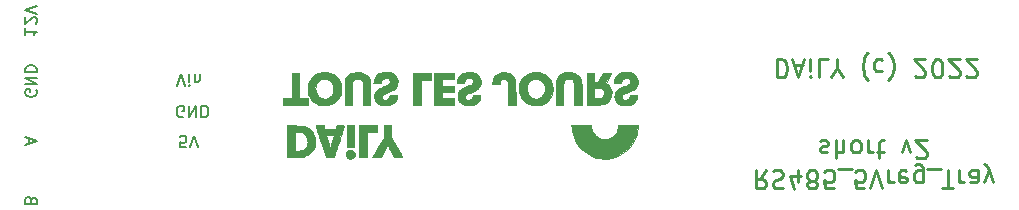
<source format=gbr>
%TF.GenerationSoftware,KiCad,Pcbnew,(5.1.6)-1*%
%TF.CreationDate,2022-04-26T10:23:00-04:00*%
%TF.ProjectId,rs485_5vreg_tray_short_v2,72733438-355f-4357-9672-65675f747261,v2*%
%TF.SameCoordinates,Original*%
%TF.FileFunction,Legend,Bot*%
%TF.FilePolarity,Positive*%
%FSLAX46Y46*%
G04 Gerber Fmt 4.6, Leading zero omitted, Abs format (unit mm)*
G04 Created by KiCad (PCBNEW (5.1.6)-1) date 2022-04-26 10:23:00*
%MOMM*%
%LPD*%
G01*
G04 APERTURE LIST*
%ADD10C,0.254000*%
%ADD11C,0.150000*%
%ADD12C,0.010000*%
G04 APERTURE END LIST*
D10*
X115279714Y-108022571D02*
X115279714Y-109546571D01*
X115642571Y-109546571D01*
X115860285Y-109474000D01*
X116005428Y-109328857D01*
X116078000Y-109183714D01*
X116150571Y-108893428D01*
X116150571Y-108675714D01*
X116078000Y-108385428D01*
X116005428Y-108240285D01*
X115860285Y-108095142D01*
X115642571Y-108022571D01*
X115279714Y-108022571D01*
X116731142Y-108458000D02*
X117456857Y-108458000D01*
X116586000Y-108022571D02*
X117094000Y-109546571D01*
X117602000Y-108022571D01*
X118110000Y-108022571D02*
X118110000Y-109038571D01*
X118110000Y-109546571D02*
X118037428Y-109474000D01*
X118110000Y-109401428D01*
X118182571Y-109474000D01*
X118110000Y-109546571D01*
X118110000Y-109401428D01*
X119561428Y-108022571D02*
X118835714Y-108022571D01*
X118835714Y-109546571D01*
X120359714Y-108748285D02*
X120359714Y-108022571D01*
X119851714Y-109546571D02*
X120359714Y-108748285D01*
X120867714Y-109546571D01*
X122972285Y-107442000D02*
X122899714Y-107514571D01*
X122754571Y-107732285D01*
X122682000Y-107877428D01*
X122609428Y-108095142D01*
X122536857Y-108458000D01*
X122536857Y-108748285D01*
X122609428Y-109111142D01*
X122682000Y-109328857D01*
X122754571Y-109474000D01*
X122899714Y-109691714D01*
X122972285Y-109764285D01*
X124206000Y-108095142D02*
X124060857Y-108022571D01*
X123770571Y-108022571D01*
X123625428Y-108095142D01*
X123552857Y-108167714D01*
X123480285Y-108312857D01*
X123480285Y-108748285D01*
X123552857Y-108893428D01*
X123625428Y-108966000D01*
X123770571Y-109038571D01*
X124060857Y-109038571D01*
X124206000Y-108966000D01*
X124714000Y-107442000D02*
X124786571Y-107514571D01*
X124931714Y-107732285D01*
X125004285Y-107877428D01*
X125076857Y-108095142D01*
X125149428Y-108458000D01*
X125149428Y-108748285D01*
X125076857Y-109111142D01*
X125004285Y-109328857D01*
X124931714Y-109474000D01*
X124786571Y-109691714D01*
X124714000Y-109764285D01*
X126963714Y-109401428D02*
X127036285Y-109474000D01*
X127181428Y-109546571D01*
X127544285Y-109546571D01*
X127689428Y-109474000D01*
X127762000Y-109401428D01*
X127834571Y-109256285D01*
X127834571Y-109111142D01*
X127762000Y-108893428D01*
X126891142Y-108022571D01*
X127834571Y-108022571D01*
X128778000Y-109546571D02*
X128923142Y-109546571D01*
X129068285Y-109474000D01*
X129140857Y-109401428D01*
X129213428Y-109256285D01*
X129286000Y-108966000D01*
X129286000Y-108603142D01*
X129213428Y-108312857D01*
X129140857Y-108167714D01*
X129068285Y-108095142D01*
X128923142Y-108022571D01*
X128778000Y-108022571D01*
X128632857Y-108095142D01*
X128560285Y-108167714D01*
X128487714Y-108312857D01*
X128415142Y-108603142D01*
X128415142Y-108966000D01*
X128487714Y-109256285D01*
X128560285Y-109401428D01*
X128632857Y-109474000D01*
X128778000Y-109546571D01*
X129866571Y-109401428D02*
X129939142Y-109474000D01*
X130084285Y-109546571D01*
X130447142Y-109546571D01*
X130592285Y-109474000D01*
X130664857Y-109401428D01*
X130737428Y-109256285D01*
X130737428Y-109111142D01*
X130664857Y-108893428D01*
X129794000Y-108022571D01*
X130737428Y-108022571D01*
X131318000Y-109401428D02*
X131390571Y-109474000D01*
X131535714Y-109546571D01*
X131898571Y-109546571D01*
X132043714Y-109474000D01*
X132116285Y-109401428D01*
X132188857Y-109256285D01*
X132188857Y-109111142D01*
X132116285Y-108893428D01*
X131245428Y-108022571D01*
X132188857Y-108022571D01*
X114336285Y-117420571D02*
X113828285Y-118146285D01*
X113465428Y-117420571D02*
X113465428Y-118944571D01*
X114046000Y-118944571D01*
X114191142Y-118872000D01*
X114263714Y-118799428D01*
X114336285Y-118654285D01*
X114336285Y-118436571D01*
X114263714Y-118291428D01*
X114191142Y-118218857D01*
X114046000Y-118146285D01*
X113465428Y-118146285D01*
X114916857Y-117493142D02*
X115134571Y-117420571D01*
X115497428Y-117420571D01*
X115642571Y-117493142D01*
X115715142Y-117565714D01*
X115787714Y-117710857D01*
X115787714Y-117856000D01*
X115715142Y-118001142D01*
X115642571Y-118073714D01*
X115497428Y-118146285D01*
X115207142Y-118218857D01*
X115062000Y-118291428D01*
X114989428Y-118364000D01*
X114916857Y-118509142D01*
X114916857Y-118654285D01*
X114989428Y-118799428D01*
X115062000Y-118872000D01*
X115207142Y-118944571D01*
X115570000Y-118944571D01*
X115787714Y-118872000D01*
X117094000Y-118436571D02*
X117094000Y-117420571D01*
X116731142Y-119017142D02*
X116368285Y-117928571D01*
X117311714Y-117928571D01*
X118110000Y-118291428D02*
X117964857Y-118364000D01*
X117892285Y-118436571D01*
X117819714Y-118581714D01*
X117819714Y-118654285D01*
X117892285Y-118799428D01*
X117964857Y-118872000D01*
X118110000Y-118944571D01*
X118400285Y-118944571D01*
X118545428Y-118872000D01*
X118618000Y-118799428D01*
X118690571Y-118654285D01*
X118690571Y-118581714D01*
X118618000Y-118436571D01*
X118545428Y-118364000D01*
X118400285Y-118291428D01*
X118110000Y-118291428D01*
X117964857Y-118218857D01*
X117892285Y-118146285D01*
X117819714Y-118001142D01*
X117819714Y-117710857D01*
X117892285Y-117565714D01*
X117964857Y-117493142D01*
X118110000Y-117420571D01*
X118400285Y-117420571D01*
X118545428Y-117493142D01*
X118618000Y-117565714D01*
X118690571Y-117710857D01*
X118690571Y-118001142D01*
X118618000Y-118146285D01*
X118545428Y-118218857D01*
X118400285Y-118291428D01*
X120069428Y-118944571D02*
X119343714Y-118944571D01*
X119271142Y-118218857D01*
X119343714Y-118291428D01*
X119488857Y-118364000D01*
X119851714Y-118364000D01*
X119996857Y-118291428D01*
X120069428Y-118218857D01*
X120141999Y-118073714D01*
X120141999Y-117710857D01*
X120069428Y-117565714D01*
X119996857Y-117493142D01*
X119851714Y-117420571D01*
X119488857Y-117420571D01*
X119343714Y-117493142D01*
X119271142Y-117565714D01*
X120432285Y-117275428D02*
X121593428Y-117275428D01*
X122681999Y-118944571D02*
X121956285Y-118944571D01*
X121883714Y-118218857D01*
X121956285Y-118291428D01*
X122101428Y-118364000D01*
X122464285Y-118364000D01*
X122609428Y-118291428D01*
X122681999Y-118218857D01*
X122754571Y-118073714D01*
X122754571Y-117710857D01*
X122681999Y-117565714D01*
X122609428Y-117493142D01*
X122464285Y-117420571D01*
X122101428Y-117420571D01*
X121956285Y-117493142D01*
X121883714Y-117565714D01*
X123189999Y-118944571D02*
X123697999Y-117420571D01*
X124205999Y-118944571D01*
X124713999Y-117420571D02*
X124713999Y-118436571D01*
X124713999Y-118146285D02*
X124786571Y-118291428D01*
X124859142Y-118364000D01*
X125004285Y-118436571D01*
X125149428Y-118436571D01*
X126237999Y-117493142D02*
X126092857Y-117420571D01*
X125802571Y-117420571D01*
X125657428Y-117493142D01*
X125584857Y-117638285D01*
X125584857Y-118218857D01*
X125657428Y-118364000D01*
X125802571Y-118436571D01*
X126092857Y-118436571D01*
X126237999Y-118364000D01*
X126310571Y-118218857D01*
X126310571Y-118073714D01*
X125584857Y-117928571D01*
X127616857Y-118436571D02*
X127616857Y-117202857D01*
X127544285Y-117057714D01*
X127471714Y-116985142D01*
X127326571Y-116912571D01*
X127108857Y-116912571D01*
X126963714Y-116985142D01*
X127616857Y-117493142D02*
X127471714Y-117420571D01*
X127181428Y-117420571D01*
X127036285Y-117493142D01*
X126963714Y-117565714D01*
X126891142Y-117710857D01*
X126891142Y-118146285D01*
X126963714Y-118291428D01*
X127036285Y-118364000D01*
X127181428Y-118436571D01*
X127471714Y-118436571D01*
X127616857Y-118364000D01*
X127979714Y-117275428D02*
X129140857Y-117275428D01*
X129285999Y-118944571D02*
X130156857Y-118944571D01*
X129721428Y-117420571D02*
X129721428Y-118944571D01*
X130664857Y-117420571D02*
X130664857Y-118436571D01*
X130664857Y-118146285D02*
X130737428Y-118291428D01*
X130809999Y-118364000D01*
X130955142Y-118436571D01*
X131100285Y-118436571D01*
X132261428Y-117420571D02*
X132261428Y-118218857D01*
X132188857Y-118364000D01*
X132043714Y-118436571D01*
X131753428Y-118436571D01*
X131608285Y-118364000D01*
X132261428Y-117493142D02*
X132116285Y-117420571D01*
X131753428Y-117420571D01*
X131608285Y-117493142D01*
X131535714Y-117638285D01*
X131535714Y-117783428D01*
X131608285Y-117928571D01*
X131753428Y-118001142D01*
X132116285Y-118001142D01*
X132261428Y-118073714D01*
X132841999Y-118436571D02*
X133204857Y-117420571D01*
X133567714Y-118436571D02*
X133204857Y-117420571D01*
X133059714Y-117057714D01*
X132987142Y-116985142D01*
X132841999Y-116912571D01*
X118944571Y-114953142D02*
X119089714Y-114880571D01*
X119380000Y-114880571D01*
X119525142Y-114953142D01*
X119597714Y-115098285D01*
X119597714Y-115170857D01*
X119525142Y-115316000D01*
X119380000Y-115388571D01*
X119162285Y-115388571D01*
X119017142Y-115461142D01*
X118944571Y-115606285D01*
X118944571Y-115678857D01*
X119017142Y-115824000D01*
X119162285Y-115896571D01*
X119380000Y-115896571D01*
X119525142Y-115824000D01*
X120250857Y-114880571D02*
X120250857Y-116404571D01*
X120904000Y-114880571D02*
X120904000Y-115678857D01*
X120831428Y-115824000D01*
X120686285Y-115896571D01*
X120468571Y-115896571D01*
X120323428Y-115824000D01*
X120250857Y-115751428D01*
X121847428Y-114880571D02*
X121702285Y-114953142D01*
X121629714Y-115025714D01*
X121557142Y-115170857D01*
X121557142Y-115606285D01*
X121629714Y-115751428D01*
X121702285Y-115824000D01*
X121847428Y-115896571D01*
X122065142Y-115896571D01*
X122210285Y-115824000D01*
X122282857Y-115751428D01*
X122355428Y-115606285D01*
X122355428Y-115170857D01*
X122282857Y-115025714D01*
X122210285Y-114953142D01*
X122065142Y-114880571D01*
X121847428Y-114880571D01*
X123008571Y-114880571D02*
X123008571Y-115896571D01*
X123008571Y-115606285D02*
X123081142Y-115751428D01*
X123153714Y-115824000D01*
X123298857Y-115896571D01*
X123444000Y-115896571D01*
X123734285Y-115896571D02*
X124314857Y-115896571D01*
X123952000Y-116404571D02*
X123952000Y-115098285D01*
X124024571Y-114953142D01*
X124169714Y-114880571D01*
X124314857Y-114880571D01*
X125838857Y-115896571D02*
X126201714Y-114880571D01*
X126564571Y-115896571D01*
X127072571Y-116259428D02*
X127145142Y-116332000D01*
X127290285Y-116404571D01*
X127653142Y-116404571D01*
X127798285Y-116332000D01*
X127870857Y-116259428D01*
X127943428Y-116114285D01*
X127943428Y-115969142D01*
X127870857Y-115751428D01*
X127000000Y-114880571D01*
X127943428Y-114880571D01*
D11*
X51617619Y-105394047D02*
X51617619Y-105965476D01*
X51617619Y-105679761D02*
X52617619Y-105679761D01*
X52474761Y-105775000D01*
X52379523Y-105870238D01*
X52331904Y-105965476D01*
X52522380Y-105013095D02*
X52570000Y-104965476D01*
X52617619Y-104870238D01*
X52617619Y-104632142D01*
X52570000Y-104536904D01*
X52522380Y-104489285D01*
X52427142Y-104441666D01*
X52331904Y-104441666D01*
X52189047Y-104489285D01*
X51617619Y-105060714D01*
X51617619Y-104441666D01*
X52617619Y-104155952D02*
X51617619Y-103822619D01*
X52617619Y-103489285D01*
X52570000Y-110616904D02*
X52617619Y-110712142D01*
X52617619Y-110855000D01*
X52570000Y-110997857D01*
X52474761Y-111093095D01*
X52379523Y-111140714D01*
X52189047Y-111188333D01*
X52046190Y-111188333D01*
X51855714Y-111140714D01*
X51760476Y-111093095D01*
X51665238Y-110997857D01*
X51617619Y-110855000D01*
X51617619Y-110759761D01*
X51665238Y-110616904D01*
X51712857Y-110569285D01*
X52046190Y-110569285D01*
X52046190Y-110759761D01*
X51617619Y-110140714D02*
X52617619Y-110140714D01*
X51617619Y-109569285D01*
X52617619Y-109569285D01*
X51617619Y-109093095D02*
X52617619Y-109093095D01*
X52617619Y-108855000D01*
X52570000Y-108712142D01*
X52474761Y-108616904D01*
X52379523Y-108569285D01*
X52189047Y-108521666D01*
X52046190Y-108521666D01*
X51855714Y-108569285D01*
X51760476Y-108616904D01*
X51665238Y-108712142D01*
X51617619Y-108855000D01*
X51617619Y-109093095D01*
X51903333Y-115173095D02*
X51903333Y-114696904D01*
X51617619Y-115268333D02*
X52617619Y-114935000D01*
X51617619Y-114601666D01*
X52141428Y-119943571D02*
X52093809Y-119800714D01*
X52046190Y-119753095D01*
X51950952Y-119705476D01*
X51808095Y-119705476D01*
X51712857Y-119753095D01*
X51665238Y-119800714D01*
X51617619Y-119895952D01*
X51617619Y-120276904D01*
X52617619Y-120276904D01*
X52617619Y-119943571D01*
X52570000Y-119848333D01*
X52522380Y-119800714D01*
X52427142Y-119753095D01*
X52331904Y-119753095D01*
X52236666Y-119800714D01*
X52189047Y-119848333D01*
X52141428Y-119943571D01*
X52141428Y-120276904D01*
X65214523Y-115482619D02*
X64738333Y-115482619D01*
X64690714Y-115006428D01*
X64738333Y-115054047D01*
X64833571Y-115101666D01*
X65071666Y-115101666D01*
X65166904Y-115054047D01*
X65214523Y-115006428D01*
X65262142Y-114911190D01*
X65262142Y-114673095D01*
X65214523Y-114577857D01*
X65166904Y-114530238D01*
X65071666Y-114482619D01*
X64833571Y-114482619D01*
X64738333Y-114530238D01*
X64690714Y-114577857D01*
X65547857Y-115482619D02*
X65881190Y-114482619D01*
X66214523Y-115482619D01*
X65024095Y-112895000D02*
X64928857Y-112942619D01*
X64786000Y-112942619D01*
X64643142Y-112895000D01*
X64547904Y-112799761D01*
X64500285Y-112704523D01*
X64452666Y-112514047D01*
X64452666Y-112371190D01*
X64500285Y-112180714D01*
X64547904Y-112085476D01*
X64643142Y-111990238D01*
X64786000Y-111942619D01*
X64881238Y-111942619D01*
X65024095Y-111990238D01*
X65071714Y-112037857D01*
X65071714Y-112371190D01*
X64881238Y-112371190D01*
X65500285Y-111942619D02*
X65500285Y-112942619D01*
X66071714Y-111942619D01*
X66071714Y-112942619D01*
X66547904Y-111942619D02*
X66547904Y-112942619D01*
X66786000Y-112942619D01*
X66928857Y-112895000D01*
X67024095Y-112799761D01*
X67071714Y-112704523D01*
X67119333Y-112514047D01*
X67119333Y-112371190D01*
X67071714Y-112180714D01*
X67024095Y-112085476D01*
X66928857Y-111990238D01*
X66786000Y-111942619D01*
X66547904Y-111942619D01*
X64508190Y-110275619D02*
X64841523Y-109275619D01*
X65174857Y-110275619D01*
X65508190Y-109275619D02*
X65508190Y-109942285D01*
X65508190Y-110275619D02*
X65460571Y-110228000D01*
X65508190Y-110180380D01*
X65555809Y-110228000D01*
X65508190Y-110275619D01*
X65508190Y-110180380D01*
X65984380Y-109942285D02*
X65984380Y-109275619D01*
X65984380Y-109847047D02*
X66032000Y-109894666D01*
X66127238Y-109942285D01*
X66270095Y-109942285D01*
X66365333Y-109894666D01*
X66412952Y-109799428D01*
X66412952Y-109275619D01*
D12*
%TO.C,G\u002A\u002A\u002A*%
G36*
X77265302Y-111894359D02*
G01*
X77487131Y-111836619D01*
X77691260Y-111749198D01*
X77694693Y-111747372D01*
X77812970Y-111670909D01*
X77934855Y-111569068D01*
X78050185Y-111452078D01*
X78148799Y-111330169D01*
X78215905Y-111222692D01*
X78279544Y-111090299D01*
X78324887Y-110969698D01*
X78354594Y-110849188D01*
X78371325Y-110717069D01*
X78377741Y-110561640D01*
X78378053Y-110509538D01*
X78377152Y-110389100D01*
X78373739Y-110297680D01*
X78366749Y-110225248D01*
X78355118Y-110161773D01*
X78337779Y-110097223D01*
X78332412Y-110079692D01*
X78265059Y-109897357D01*
X78182245Y-109740808D01*
X78076536Y-109597586D01*
X77986752Y-109500413D01*
X77863686Y-109387454D01*
X77740692Y-109299607D01*
X77605039Y-109229169D01*
X77443995Y-109168441D01*
X77430923Y-109164187D01*
X77313596Y-109135958D01*
X77171823Y-109116719D01*
X77017569Y-109106795D01*
X76862801Y-109106514D01*
X76719485Y-109116200D01*
X76599587Y-109136181D01*
X76581000Y-109141012D01*
X76484912Y-109168199D01*
X76415189Y-109189508D01*
X76360458Y-109209207D01*
X76309348Y-109231560D01*
X76250485Y-109260836D01*
X76221037Y-109276055D01*
X76112724Y-109345321D01*
X75998258Y-109440677D01*
X75887166Y-109552417D01*
X75788975Y-109670836D01*
X75713211Y-109786230D01*
X75704728Y-109801991D01*
X75643509Y-109928709D01*
X75599650Y-110044994D01*
X75570658Y-110162024D01*
X75554037Y-110290975D01*
X75547293Y-110443025D01*
X75546801Y-110509538D01*
X76200000Y-110509538D01*
X76215725Y-110317394D01*
X76261535Y-110145786D01*
X76335383Y-109996989D01*
X76435225Y-109873279D01*
X76559014Y-109776932D01*
X76704704Y-109710225D01*
X76870249Y-109675432D01*
X76954057Y-109670755D01*
X77092516Y-109680590D01*
X77200362Y-109706442D01*
X77358407Y-109779687D01*
X77489477Y-109880570D01*
X77592540Y-110007512D01*
X77666568Y-110158929D01*
X77710529Y-110333241D01*
X77723537Y-110509538D01*
X77707514Y-110697891D01*
X77661098Y-110867766D01*
X77586765Y-111016426D01*
X77486990Y-111141133D01*
X77364252Y-111239149D01*
X77221025Y-111307735D01*
X77059787Y-111344154D01*
X76963826Y-111349481D01*
X76789052Y-111331850D01*
X76632863Y-111281101D01*
X76497362Y-111199545D01*
X76384653Y-111089496D01*
X76296837Y-110953266D01*
X76236018Y-110793166D01*
X76204297Y-110611508D01*
X76200000Y-110509538D01*
X75546801Y-110509538D01*
X75547930Y-110634544D01*
X75551957Y-110730374D01*
X75559840Y-110806880D01*
X75572537Y-110873913D01*
X75587743Y-110930512D01*
X75672631Y-111152491D01*
X75787181Y-111349388D01*
X75930096Y-111519963D01*
X76100077Y-111662977D01*
X76295826Y-111777190D01*
X76516046Y-111861362D01*
X76581000Y-111879148D01*
X76803497Y-111916657D01*
X77034510Y-111921383D01*
X77265302Y-111894359D01*
G37*
X77265302Y-111894359D02*
X77487131Y-111836619D01*
X77691260Y-111749198D01*
X77694693Y-111747372D01*
X77812970Y-111670909D01*
X77934855Y-111569068D01*
X78050185Y-111452078D01*
X78148799Y-111330169D01*
X78215905Y-111222692D01*
X78279544Y-111090299D01*
X78324887Y-110969698D01*
X78354594Y-110849188D01*
X78371325Y-110717069D01*
X78377741Y-110561640D01*
X78378053Y-110509538D01*
X78377152Y-110389100D01*
X78373739Y-110297680D01*
X78366749Y-110225248D01*
X78355118Y-110161773D01*
X78337779Y-110097223D01*
X78332412Y-110079692D01*
X78265059Y-109897357D01*
X78182245Y-109740808D01*
X78076536Y-109597586D01*
X77986752Y-109500413D01*
X77863686Y-109387454D01*
X77740692Y-109299607D01*
X77605039Y-109229169D01*
X77443995Y-109168441D01*
X77430923Y-109164187D01*
X77313596Y-109135958D01*
X77171823Y-109116719D01*
X77017569Y-109106795D01*
X76862801Y-109106514D01*
X76719485Y-109116200D01*
X76599587Y-109136181D01*
X76581000Y-109141012D01*
X76484912Y-109168199D01*
X76415189Y-109189508D01*
X76360458Y-109209207D01*
X76309348Y-109231560D01*
X76250485Y-109260836D01*
X76221037Y-109276055D01*
X76112724Y-109345321D01*
X75998258Y-109440677D01*
X75887166Y-109552417D01*
X75788975Y-109670836D01*
X75713211Y-109786230D01*
X75704728Y-109801991D01*
X75643509Y-109928709D01*
X75599650Y-110044994D01*
X75570658Y-110162024D01*
X75554037Y-110290975D01*
X75547293Y-110443025D01*
X75546801Y-110509538D01*
X76200000Y-110509538D01*
X76215725Y-110317394D01*
X76261535Y-110145786D01*
X76335383Y-109996989D01*
X76435225Y-109873279D01*
X76559014Y-109776932D01*
X76704704Y-109710225D01*
X76870249Y-109675432D01*
X76954057Y-109670755D01*
X77092516Y-109680590D01*
X77200362Y-109706442D01*
X77358407Y-109779687D01*
X77489477Y-109880570D01*
X77592540Y-110007512D01*
X77666568Y-110158929D01*
X77710529Y-110333241D01*
X77723537Y-110509538D01*
X77707514Y-110697891D01*
X77661098Y-110867766D01*
X77586765Y-111016426D01*
X77486990Y-111141133D01*
X77364252Y-111239149D01*
X77221025Y-111307735D01*
X77059787Y-111344154D01*
X76963826Y-111349481D01*
X76789052Y-111331850D01*
X76632863Y-111281101D01*
X76497362Y-111199545D01*
X76384653Y-111089496D01*
X76296837Y-110953266D01*
X76236018Y-110793166D01*
X76204297Y-110611508D01*
X76200000Y-110509538D01*
X75546801Y-110509538D01*
X75547930Y-110634544D01*
X75551957Y-110730374D01*
X75559840Y-110806880D01*
X75572537Y-110873913D01*
X75587743Y-110930512D01*
X75672631Y-111152491D01*
X75787181Y-111349388D01*
X75930096Y-111519963D01*
X76100077Y-111662977D01*
X76295826Y-111777190D01*
X76516046Y-111861362D01*
X76581000Y-111879148D01*
X76803497Y-111916657D01*
X77034510Y-111921383D01*
X77265302Y-111894359D01*
G36*
X79310632Y-110905162D02*
G01*
X79316385Y-109952632D01*
X79372610Y-109863790D01*
X79453686Y-109768351D01*
X79553157Y-109702024D01*
X79664271Y-109664730D01*
X79780276Y-109656390D01*
X79894424Y-109676924D01*
X79999961Y-109726252D01*
X80090138Y-109804295D01*
X80138721Y-109872817D01*
X80195616Y-109972230D01*
X80207138Y-111857692D01*
X80830616Y-111857692D01*
X80830616Y-110877166D01*
X80830490Y-110651649D01*
X80830041Y-110461661D01*
X80829163Y-110303657D01*
X80827749Y-110174090D01*
X80825691Y-110069413D01*
X80822885Y-109986080D01*
X80819223Y-109920544D01*
X80814597Y-109869259D01*
X80808903Y-109828679D01*
X80802033Y-109795256D01*
X80797572Y-109778128D01*
X80730272Y-109603852D01*
X80632837Y-109454127D01*
X80506136Y-109329711D01*
X80351034Y-109231366D01*
X80168401Y-109159852D01*
X80062550Y-109133462D01*
X79903426Y-109111563D01*
X79728364Y-109105723D01*
X79555938Y-109115901D01*
X79435348Y-109134904D01*
X79239509Y-109193429D01*
X79071696Y-109279137D01*
X78931650Y-109392253D01*
X78819112Y-109533001D01*
X78733821Y-109701604D01*
X78714114Y-109755838D01*
X78705142Y-109784392D01*
X78697578Y-109814372D01*
X78691271Y-109849347D01*
X78686068Y-109892881D01*
X78681818Y-109948540D01*
X78678368Y-110019891D01*
X78675567Y-110110499D01*
X78673262Y-110223931D01*
X78671303Y-110363752D01*
X78669536Y-110533528D01*
X78667810Y-110736826D01*
X78666809Y-110866115D01*
X78659279Y-111857692D01*
X79304878Y-111857692D01*
X79310632Y-110905162D01*
G37*
X79310632Y-110905162D02*
X79316385Y-109952632D01*
X79372610Y-109863790D01*
X79453686Y-109768351D01*
X79553157Y-109702024D01*
X79664271Y-109664730D01*
X79780276Y-109656390D01*
X79894424Y-109676924D01*
X79999961Y-109726252D01*
X80090138Y-109804295D01*
X80138721Y-109872817D01*
X80195616Y-109972230D01*
X80207138Y-111857692D01*
X80830616Y-111857692D01*
X80830616Y-110877166D01*
X80830490Y-110651649D01*
X80830041Y-110461661D01*
X80829163Y-110303657D01*
X80827749Y-110174090D01*
X80825691Y-110069413D01*
X80822885Y-109986080D01*
X80819223Y-109920544D01*
X80814597Y-109869259D01*
X80808903Y-109828679D01*
X80802033Y-109795256D01*
X80797572Y-109778128D01*
X80730272Y-109603852D01*
X80632837Y-109454127D01*
X80506136Y-109329711D01*
X80351034Y-109231366D01*
X80168401Y-109159852D01*
X80062550Y-109133462D01*
X79903426Y-109111563D01*
X79728364Y-109105723D01*
X79555938Y-109115901D01*
X79435348Y-109134904D01*
X79239509Y-109193429D01*
X79071696Y-109279137D01*
X78931650Y-109392253D01*
X78819112Y-109533001D01*
X78733821Y-109701604D01*
X78714114Y-109755838D01*
X78705142Y-109784392D01*
X78697578Y-109814372D01*
X78691271Y-109849347D01*
X78686068Y-109892881D01*
X78681818Y-109948540D01*
X78678368Y-110019891D01*
X78675567Y-110110499D01*
X78673262Y-110223931D01*
X78671303Y-110363752D01*
X78669536Y-110533528D01*
X78667810Y-110736826D01*
X78666809Y-110866115D01*
X78659279Y-111857692D01*
X79304878Y-111857692D01*
X79310632Y-110905162D01*
G36*
X82301218Y-111914249D02*
G01*
X82452801Y-111886186D01*
X82600403Y-111835235D01*
X82637923Y-111818817D01*
X82789836Y-111730926D01*
X82912402Y-111618077D01*
X83006193Y-111479453D01*
X83071783Y-111314234D01*
X83106186Y-111149423D01*
X83119010Y-111056615D01*
X82476841Y-111056615D01*
X82464016Y-111136820D01*
X82433394Y-111246721D01*
X82377812Y-111332535D01*
X82324304Y-111381090D01*
X82275018Y-111412777D01*
X82223277Y-111429316D01*
X82152647Y-111435429D01*
X82133783Y-111435831D01*
X82010300Y-111425874D01*
X81917432Y-111391768D01*
X81854909Y-111333304D01*
X81822458Y-111250269D01*
X81817308Y-111189783D01*
X81822971Y-111122646D01*
X81844997Y-111073440D01*
X81873731Y-111039365D01*
X81941345Y-110984098D01*
X82044178Y-110923012D01*
X82183166Y-110855630D01*
X82359242Y-110781471D01*
X82432770Y-110752684D01*
X82531653Y-110713305D01*
X82624478Y-110673977D01*
X82701326Y-110639053D01*
X82752279Y-110612887D01*
X82755154Y-110611172D01*
X82898273Y-110502988D01*
X83010119Y-110373371D01*
X83089343Y-110226016D01*
X83134597Y-110064618D01*
X83144535Y-109892872D01*
X83117806Y-109714475D01*
X83102249Y-109659615D01*
X83036222Y-109513429D01*
X82937579Y-109384203D01*
X82810324Y-109275250D01*
X82658457Y-109189883D01*
X82485983Y-109131418D01*
X82456231Y-109124674D01*
X82358737Y-109111243D01*
X82236764Y-109104948D01*
X82103598Y-109105488D01*
X81972525Y-109112562D01*
X81856833Y-109125871D01*
X81788000Y-109139801D01*
X81602237Y-109205863D01*
X81445582Y-109297986D01*
X81318186Y-109415991D01*
X81220198Y-109559704D01*
X81151769Y-109728947D01*
X81113047Y-109923543D01*
X81111461Y-109938038D01*
X81098758Y-110060154D01*
X81743480Y-110060154D01*
X81755130Y-109961791D01*
X81787314Y-109843972D01*
X81850594Y-109744941D01*
X81939747Y-109669067D01*
X82049548Y-109620724D01*
X82174773Y-109604282D01*
X82182225Y-109604395D01*
X82299796Y-109621558D01*
X82393252Y-109665335D01*
X82459494Y-109733035D01*
X82495424Y-109821961D01*
X82501154Y-109881715D01*
X82496816Y-109945054D01*
X82481294Y-109999774D01*
X82450824Y-110048786D01*
X82401642Y-110095003D01*
X82329987Y-110141338D01*
X82232095Y-110190703D01*
X82104202Y-110246012D01*
X81952638Y-110306268D01*
X81814193Y-110360545D01*
X81706232Y-110404778D01*
X81622522Y-110442284D01*
X81556826Y-110476384D01*
X81502908Y-110510395D01*
X81454533Y-110547636D01*
X81405466Y-110591426D01*
X81390736Y-110605329D01*
X81286416Y-110730360D01*
X81214662Y-110873141D01*
X81176314Y-111028608D01*
X81172211Y-111191699D01*
X81203192Y-111357349D01*
X81246804Y-111473426D01*
X81329293Y-111607374D01*
X81442446Y-111719371D01*
X81583777Y-111808152D01*
X81750796Y-111872451D01*
X81941017Y-111911002D01*
X82129923Y-111922638D01*
X82301218Y-111914249D01*
G37*
X82301218Y-111914249D02*
X82452801Y-111886186D01*
X82600403Y-111835235D01*
X82637923Y-111818817D01*
X82789836Y-111730926D01*
X82912402Y-111618077D01*
X83006193Y-111479453D01*
X83071783Y-111314234D01*
X83106186Y-111149423D01*
X83119010Y-111056615D01*
X82476841Y-111056615D01*
X82464016Y-111136820D01*
X82433394Y-111246721D01*
X82377812Y-111332535D01*
X82324304Y-111381090D01*
X82275018Y-111412777D01*
X82223277Y-111429316D01*
X82152647Y-111435429D01*
X82133783Y-111435831D01*
X82010300Y-111425874D01*
X81917432Y-111391768D01*
X81854909Y-111333304D01*
X81822458Y-111250269D01*
X81817308Y-111189783D01*
X81822971Y-111122646D01*
X81844997Y-111073440D01*
X81873731Y-111039365D01*
X81941345Y-110984098D01*
X82044178Y-110923012D01*
X82183166Y-110855630D01*
X82359242Y-110781471D01*
X82432770Y-110752684D01*
X82531653Y-110713305D01*
X82624478Y-110673977D01*
X82701326Y-110639053D01*
X82752279Y-110612887D01*
X82755154Y-110611172D01*
X82898273Y-110502988D01*
X83010119Y-110373371D01*
X83089343Y-110226016D01*
X83134597Y-110064618D01*
X83144535Y-109892872D01*
X83117806Y-109714475D01*
X83102249Y-109659615D01*
X83036222Y-109513429D01*
X82937579Y-109384203D01*
X82810324Y-109275250D01*
X82658457Y-109189883D01*
X82485983Y-109131418D01*
X82456231Y-109124674D01*
X82358737Y-109111243D01*
X82236764Y-109104948D01*
X82103598Y-109105488D01*
X81972525Y-109112562D01*
X81856833Y-109125871D01*
X81788000Y-109139801D01*
X81602237Y-109205863D01*
X81445582Y-109297986D01*
X81318186Y-109415991D01*
X81220198Y-109559704D01*
X81151769Y-109728947D01*
X81113047Y-109923543D01*
X81111461Y-109938038D01*
X81098758Y-110060154D01*
X81743480Y-110060154D01*
X81755130Y-109961791D01*
X81787314Y-109843972D01*
X81850594Y-109744941D01*
X81939747Y-109669067D01*
X82049548Y-109620724D01*
X82174773Y-109604282D01*
X82182225Y-109604395D01*
X82299796Y-109621558D01*
X82393252Y-109665335D01*
X82459494Y-109733035D01*
X82495424Y-109821961D01*
X82501154Y-109881715D01*
X82496816Y-109945054D01*
X82481294Y-109999774D01*
X82450824Y-110048786D01*
X82401642Y-110095003D01*
X82329987Y-110141338D01*
X82232095Y-110190703D01*
X82104202Y-110246012D01*
X81952638Y-110306268D01*
X81814193Y-110360545D01*
X81706232Y-110404778D01*
X81622522Y-110442284D01*
X81556826Y-110476384D01*
X81502908Y-110510395D01*
X81454533Y-110547636D01*
X81405466Y-110591426D01*
X81390736Y-110605329D01*
X81286416Y-110730360D01*
X81214662Y-110873141D01*
X81176314Y-111028608D01*
X81172211Y-111191699D01*
X81203192Y-111357349D01*
X81246804Y-111473426D01*
X81329293Y-111607374D01*
X81442446Y-111719371D01*
X81583777Y-111808152D01*
X81750796Y-111872451D01*
X81941017Y-111911002D01*
X82129923Y-111922638D01*
X82301218Y-111914249D01*
G36*
X89365227Y-111909944D02*
G01*
X89541412Y-111871843D01*
X89705154Y-111809073D01*
X89840237Y-111728529D01*
X89936913Y-111638598D01*
X90022036Y-111522864D01*
X90089843Y-111392388D01*
X90134571Y-111258233D01*
X90150462Y-111133028D01*
X90150462Y-111056615D01*
X89527002Y-111056615D01*
X89513706Y-111129884D01*
X89476511Y-111251819D01*
X89414982Y-111343406D01*
X89329636Y-111404191D01*
X89220994Y-111433718D01*
X89163770Y-111436682D01*
X89046818Y-111422640D01*
X88955298Y-111383500D01*
X88891928Y-111321413D01*
X88859430Y-111238532D01*
X88855595Y-111192818D01*
X88863997Y-111130671D01*
X88891313Y-111073234D01*
X88940706Y-111018186D01*
X89015339Y-110963204D01*
X89118375Y-110905967D01*
X89252977Y-110844154D01*
X89422308Y-110775443D01*
X89426419Y-110773847D01*
X89578691Y-110713022D01*
X89699677Y-110660144D01*
X89795500Y-110611863D01*
X89872280Y-110564830D01*
X89936142Y-110515695D01*
X89987805Y-110466729D01*
X90077834Y-110346981D01*
X90141446Y-110205425D01*
X90177908Y-110049703D01*
X90186486Y-109887458D01*
X90166447Y-109726332D01*
X90117060Y-109573967D01*
X90080331Y-109502090D01*
X89992539Y-109387759D01*
X89873695Y-109286456D01*
X89730949Y-109202974D01*
X89571446Y-109142106D01*
X89525231Y-109129882D01*
X89432615Y-109114960D01*
X89315556Y-109106629D01*
X89186204Y-109104717D01*
X89056709Y-109109054D01*
X88939219Y-109119469D01*
X88845884Y-109135791D01*
X88831616Y-109139624D01*
X88750277Y-109165740D01*
X88668381Y-109195894D01*
X88626462Y-109213432D01*
X88538068Y-109265420D01*
X88444069Y-109340115D01*
X88357391Y-109425819D01*
X88290959Y-109510834D01*
X88282316Y-109524877D01*
X88230039Y-109634124D01*
X88188737Y-109758923D01*
X88163348Y-109882128D01*
X88157688Y-109957577D01*
X88157539Y-110060154D01*
X88779335Y-110060154D01*
X88792876Y-109977115D01*
X88821569Y-109876490D01*
X88870297Y-109781249D01*
X88931434Y-109704541D01*
X88968392Y-109674488D01*
X89069781Y-109625624D01*
X89175538Y-109604050D01*
X89279304Y-109607599D01*
X89374723Y-109634101D01*
X89455436Y-109681388D01*
X89515086Y-109747292D01*
X89547315Y-109829645D01*
X89551182Y-109873267D01*
X89545019Y-109943007D01*
X89524200Y-110003620D01*
X89484945Y-110058202D01*
X89423470Y-110109849D01*
X89335994Y-110161657D01*
X89218735Y-110216722D01*
X89067911Y-110278141D01*
X89046539Y-110286408D01*
X88869716Y-110356516D01*
X88725752Y-110418914D01*
X88609967Y-110476755D01*
X88517683Y-110533193D01*
X88444222Y-110591381D01*
X88384906Y-110654473D01*
X88335056Y-110725623D01*
X88298877Y-110790409D01*
X88265859Y-110856854D01*
X88244933Y-110909308D01*
X88233343Y-110960624D01*
X88228335Y-111023650D01*
X88227153Y-111111238D01*
X88227137Y-111125000D01*
X88235092Y-111277390D01*
X88261447Y-111403581D01*
X88309599Y-111513457D01*
X88382943Y-111616902D01*
X88404847Y-111642065D01*
X88521424Y-111743891D01*
X88663921Y-111823358D01*
X88825944Y-111880083D01*
X89001098Y-111913678D01*
X89182991Y-111923760D01*
X89365227Y-111909944D01*
G37*
X89365227Y-111909944D02*
X89541412Y-111871843D01*
X89705154Y-111809073D01*
X89840237Y-111728529D01*
X89936913Y-111638598D01*
X90022036Y-111522864D01*
X90089843Y-111392388D01*
X90134571Y-111258233D01*
X90150462Y-111133028D01*
X90150462Y-111056615D01*
X89527002Y-111056615D01*
X89513706Y-111129884D01*
X89476511Y-111251819D01*
X89414982Y-111343406D01*
X89329636Y-111404191D01*
X89220994Y-111433718D01*
X89163770Y-111436682D01*
X89046818Y-111422640D01*
X88955298Y-111383500D01*
X88891928Y-111321413D01*
X88859430Y-111238532D01*
X88855595Y-111192818D01*
X88863997Y-111130671D01*
X88891313Y-111073234D01*
X88940706Y-111018186D01*
X89015339Y-110963204D01*
X89118375Y-110905967D01*
X89252977Y-110844154D01*
X89422308Y-110775443D01*
X89426419Y-110773847D01*
X89578691Y-110713022D01*
X89699677Y-110660144D01*
X89795500Y-110611863D01*
X89872280Y-110564830D01*
X89936142Y-110515695D01*
X89987805Y-110466729D01*
X90077834Y-110346981D01*
X90141446Y-110205425D01*
X90177908Y-110049703D01*
X90186486Y-109887458D01*
X90166447Y-109726332D01*
X90117060Y-109573967D01*
X90080331Y-109502090D01*
X89992539Y-109387759D01*
X89873695Y-109286456D01*
X89730949Y-109202974D01*
X89571446Y-109142106D01*
X89525231Y-109129882D01*
X89432615Y-109114960D01*
X89315556Y-109106629D01*
X89186204Y-109104717D01*
X89056709Y-109109054D01*
X88939219Y-109119469D01*
X88845884Y-109135791D01*
X88831616Y-109139624D01*
X88750277Y-109165740D01*
X88668381Y-109195894D01*
X88626462Y-109213432D01*
X88538068Y-109265420D01*
X88444069Y-109340115D01*
X88357391Y-109425819D01*
X88290959Y-109510834D01*
X88282316Y-109524877D01*
X88230039Y-109634124D01*
X88188737Y-109758923D01*
X88163348Y-109882128D01*
X88157688Y-109957577D01*
X88157539Y-110060154D01*
X88779335Y-110060154D01*
X88792876Y-109977115D01*
X88821569Y-109876490D01*
X88870297Y-109781249D01*
X88931434Y-109704541D01*
X88968392Y-109674488D01*
X89069781Y-109625624D01*
X89175538Y-109604050D01*
X89279304Y-109607599D01*
X89374723Y-109634101D01*
X89455436Y-109681388D01*
X89515086Y-109747292D01*
X89547315Y-109829645D01*
X89551182Y-109873267D01*
X89545019Y-109943007D01*
X89524200Y-110003620D01*
X89484945Y-110058202D01*
X89423470Y-110109849D01*
X89335994Y-110161657D01*
X89218735Y-110216722D01*
X89067911Y-110278141D01*
X89046539Y-110286408D01*
X88869716Y-110356516D01*
X88725752Y-110418914D01*
X88609967Y-110476755D01*
X88517683Y-110533193D01*
X88444222Y-110591381D01*
X88384906Y-110654473D01*
X88335056Y-110725623D01*
X88298877Y-110790409D01*
X88265859Y-110856854D01*
X88244933Y-110909308D01*
X88233343Y-110960624D01*
X88228335Y-111023650D01*
X88227153Y-111111238D01*
X88227137Y-111125000D01*
X88235092Y-111277390D01*
X88261447Y-111403581D01*
X88309599Y-111513457D01*
X88382943Y-111616902D01*
X88404847Y-111642065D01*
X88521424Y-111743891D01*
X88663921Y-111823358D01*
X88825944Y-111880083D01*
X89001098Y-111913678D01*
X89182991Y-111923760D01*
X89365227Y-111909944D01*
G36*
X93134792Y-110856346D02*
G01*
X93133049Y-110623793D01*
X93131271Y-110426662D01*
X93129118Y-110261297D01*
X93126251Y-110124045D01*
X93122330Y-110011250D01*
X93117016Y-109919259D01*
X93109969Y-109844417D01*
X93100852Y-109783070D01*
X93089323Y-109731562D01*
X93075044Y-109686240D01*
X93057676Y-109643449D01*
X93036880Y-109599535D01*
X93013868Y-109553900D01*
X92946695Y-109450070D01*
X92855905Y-109348498D01*
X92754019Y-109261773D01*
X92673798Y-109211976D01*
X92564230Y-109169145D01*
X92430226Y-109135450D01*
X92284975Y-109112671D01*
X92141667Y-109102584D01*
X92013492Y-109106970D01*
X91957770Y-109115440D01*
X91776096Y-109163985D01*
X91626089Y-109228364D01*
X91502657Y-109311151D01*
X91427309Y-109383685D01*
X91322062Y-109527320D01*
X91244353Y-109689831D01*
X91197982Y-109861525D01*
X91186000Y-109999474D01*
X91186000Y-110099230D01*
X91806794Y-110099230D01*
X91820030Y-110010970D01*
X91853667Y-109877099D01*
X91909465Y-109774917D01*
X91987049Y-109704805D01*
X92086044Y-109667145D01*
X92163922Y-109660257D01*
X92273259Y-109677170D01*
X92363989Y-109727464D01*
X92438293Y-109812541D01*
X92461065Y-109851247D01*
X92471015Y-109870566D01*
X92479354Y-109890405D01*
X92486249Y-109914255D01*
X92491867Y-109945609D01*
X92496375Y-109987958D01*
X92499939Y-110044795D01*
X92502726Y-110119611D01*
X92504903Y-110215899D01*
X92506636Y-110337150D01*
X92508091Y-110486856D01*
X92509437Y-110668510D01*
X92510839Y-110885604D01*
X92510900Y-110895423D01*
X92516954Y-111857692D01*
X93142109Y-111857692D01*
X93134792Y-110856346D01*
G37*
X93134792Y-110856346D02*
X93133049Y-110623793D01*
X93131271Y-110426662D01*
X93129118Y-110261297D01*
X93126251Y-110124045D01*
X93122330Y-110011250D01*
X93117016Y-109919259D01*
X93109969Y-109844417D01*
X93100852Y-109783070D01*
X93089323Y-109731562D01*
X93075044Y-109686240D01*
X93057676Y-109643449D01*
X93036880Y-109599535D01*
X93013868Y-109553900D01*
X92946695Y-109450070D01*
X92855905Y-109348498D01*
X92754019Y-109261773D01*
X92673798Y-109211976D01*
X92564230Y-109169145D01*
X92430226Y-109135450D01*
X92284975Y-109112671D01*
X92141667Y-109102584D01*
X92013492Y-109106970D01*
X91957770Y-109115440D01*
X91776096Y-109163985D01*
X91626089Y-109228364D01*
X91502657Y-109311151D01*
X91427309Y-109383685D01*
X91322062Y-109527320D01*
X91244353Y-109689831D01*
X91197982Y-109861525D01*
X91186000Y-109999474D01*
X91186000Y-110099230D01*
X91806794Y-110099230D01*
X91820030Y-110010970D01*
X91853667Y-109877099D01*
X91909465Y-109774917D01*
X91987049Y-109704805D01*
X92086044Y-109667145D01*
X92163922Y-109660257D01*
X92273259Y-109677170D01*
X92363989Y-109727464D01*
X92438293Y-109812541D01*
X92461065Y-109851247D01*
X92471015Y-109870566D01*
X92479354Y-109890405D01*
X92486249Y-109914255D01*
X92491867Y-109945609D01*
X92496375Y-109987958D01*
X92499939Y-110044795D01*
X92502726Y-110119611D01*
X92504903Y-110215899D01*
X92506636Y-110337150D01*
X92508091Y-110486856D01*
X92509437Y-110668510D01*
X92510839Y-110885604D01*
X92510900Y-110895423D01*
X92516954Y-111857692D01*
X93142109Y-111857692D01*
X93134792Y-110856346D01*
G36*
X95013999Y-111916682D02*
G01*
X95264351Y-111867777D01*
X95488324Y-111790111D01*
X95685815Y-111683772D01*
X95856719Y-111548846D01*
X96000932Y-111385419D01*
X96118347Y-111193579D01*
X96208862Y-110973412D01*
X96228400Y-110910077D01*
X96249587Y-110827739D01*
X96263192Y-110748496D01*
X96270656Y-110659569D01*
X96273418Y-110548180D01*
X96273546Y-110509538D01*
X96271886Y-110389172D01*
X96265945Y-110295001D01*
X96254284Y-110214249D01*
X96235462Y-110134137D01*
X96228400Y-110109000D01*
X96144799Y-109881972D01*
X96033153Y-109681905D01*
X95893950Y-109509314D01*
X95727679Y-109364711D01*
X95534829Y-109248610D01*
X95330431Y-109166140D01*
X95260864Y-109145716D01*
X95193478Y-109131379D01*
X95118028Y-109121844D01*
X95024269Y-109115827D01*
X94901955Y-109112044D01*
X94898308Y-109111964D01*
X94793027Y-109110390D01*
X94698304Y-109110299D01*
X94622671Y-109111605D01*
X94574663Y-109114218D01*
X94566154Y-109115388D01*
X94438054Y-109147332D01*
X94302367Y-109192434D01*
X94177149Y-109244293D01*
X94116770Y-109274757D01*
X93927461Y-109400674D01*
X93766599Y-109552488D01*
X93635344Y-109728126D01*
X93534858Y-109925510D01*
X93466303Y-110142566D01*
X93430839Y-110377218D01*
X93425857Y-110509538D01*
X93427788Y-110536777D01*
X94084429Y-110536777D01*
X94096645Y-110358822D01*
X94142467Y-110175893D01*
X94215711Y-110018248D01*
X94314393Y-109887720D01*
X94436529Y-109786143D01*
X94580135Y-109715351D01*
X94743226Y-109677178D01*
X94841031Y-109670745D01*
X94928959Y-109675088D01*
X95019752Y-109687715D01*
X95072118Y-109699897D01*
X95222926Y-109764393D01*
X95353994Y-109860727D01*
X95462322Y-109985430D01*
X95544911Y-110135029D01*
X95598759Y-110306054D01*
X95599639Y-110310231D01*
X95620013Y-110490844D01*
X95607254Y-110667993D01*
X95563459Y-110836112D01*
X95490726Y-110989637D01*
X95391152Y-111123003D01*
X95266833Y-111230644D01*
X95248113Y-111243001D01*
X95119241Y-111303995D01*
X94972068Y-111338727D01*
X94817005Y-111347069D01*
X94664465Y-111328893D01*
X94524859Y-111284071D01*
X94464814Y-111252638D01*
X94337250Y-111152897D01*
X94233135Y-111025870D01*
X94154763Y-110877128D01*
X94104430Y-110712241D01*
X94084429Y-110536777D01*
X93427788Y-110536777D01*
X93443102Y-110752768D01*
X93494061Y-110979515D01*
X93577573Y-111187704D01*
X93692477Y-111375258D01*
X93837611Y-111540102D01*
X94011814Y-111680161D01*
X94116770Y-111744319D01*
X94300895Y-111827396D01*
X94504446Y-111886747D01*
X94715301Y-111920044D01*
X94921342Y-111924959D01*
X95013999Y-111916682D01*
G37*
X95013999Y-111916682D02*
X95264351Y-111867777D01*
X95488324Y-111790111D01*
X95685815Y-111683772D01*
X95856719Y-111548846D01*
X96000932Y-111385419D01*
X96118347Y-111193579D01*
X96208862Y-110973412D01*
X96228400Y-110910077D01*
X96249587Y-110827739D01*
X96263192Y-110748496D01*
X96270656Y-110659569D01*
X96273418Y-110548180D01*
X96273546Y-110509538D01*
X96271886Y-110389172D01*
X96265945Y-110295001D01*
X96254284Y-110214249D01*
X96235462Y-110134137D01*
X96228400Y-110109000D01*
X96144799Y-109881972D01*
X96033153Y-109681905D01*
X95893950Y-109509314D01*
X95727679Y-109364711D01*
X95534829Y-109248610D01*
X95330431Y-109166140D01*
X95260864Y-109145716D01*
X95193478Y-109131379D01*
X95118028Y-109121844D01*
X95024269Y-109115827D01*
X94901955Y-109112044D01*
X94898308Y-109111964D01*
X94793027Y-109110390D01*
X94698304Y-109110299D01*
X94622671Y-109111605D01*
X94574663Y-109114218D01*
X94566154Y-109115388D01*
X94438054Y-109147332D01*
X94302367Y-109192434D01*
X94177149Y-109244293D01*
X94116770Y-109274757D01*
X93927461Y-109400674D01*
X93766599Y-109552488D01*
X93635344Y-109728126D01*
X93534858Y-109925510D01*
X93466303Y-110142566D01*
X93430839Y-110377218D01*
X93425857Y-110509538D01*
X93427788Y-110536777D01*
X94084429Y-110536777D01*
X94096645Y-110358822D01*
X94142467Y-110175893D01*
X94215711Y-110018248D01*
X94314393Y-109887720D01*
X94436529Y-109786143D01*
X94580135Y-109715351D01*
X94743226Y-109677178D01*
X94841031Y-109670745D01*
X94928959Y-109675088D01*
X95019752Y-109687715D01*
X95072118Y-109699897D01*
X95222926Y-109764393D01*
X95353994Y-109860727D01*
X95462322Y-109985430D01*
X95544911Y-110135029D01*
X95598759Y-110306054D01*
X95599639Y-110310231D01*
X95620013Y-110490844D01*
X95607254Y-110667993D01*
X95563459Y-110836112D01*
X95490726Y-110989637D01*
X95391152Y-111123003D01*
X95266833Y-111230644D01*
X95248113Y-111243001D01*
X95119241Y-111303995D01*
X94972068Y-111338727D01*
X94817005Y-111347069D01*
X94664465Y-111328893D01*
X94524859Y-111284071D01*
X94464814Y-111252638D01*
X94337250Y-111152897D01*
X94233135Y-111025870D01*
X94154763Y-110877128D01*
X94104430Y-110712241D01*
X94084429Y-110536777D01*
X93427788Y-110536777D01*
X93443102Y-110752768D01*
X93494061Y-110979515D01*
X93577573Y-111187704D01*
X93692477Y-111375258D01*
X93837611Y-111540102D01*
X94011814Y-111680161D01*
X94116770Y-111744319D01*
X94300895Y-111827396D01*
X94504446Y-111886747D01*
X94715301Y-111920044D01*
X94921342Y-111924959D01*
X95013999Y-111916682D01*
G36*
X97184308Y-110977344D02*
G01*
X97184770Y-110730357D01*
X97186175Y-110521226D01*
X97188550Y-110348739D01*
X97191926Y-110211687D01*
X97196330Y-110108859D01*
X97201790Y-110039044D01*
X97207143Y-110005306D01*
X97256491Y-109878660D01*
X97334137Y-109775959D01*
X97416592Y-109712748D01*
X97475206Y-109682992D01*
X97532652Y-109667056D01*
X97605544Y-109661125D01*
X97643326Y-109660701D01*
X97776223Y-109675461D01*
X97885297Y-109720617D01*
X97972825Y-109797481D01*
X98029113Y-109883163D01*
X98083077Y-109986462D01*
X98083077Y-111857692D01*
X98727847Y-111857692D01*
X98727847Y-110903433D01*
X98727756Y-110683456D01*
X98727397Y-110498784D01*
X98726638Y-110345645D01*
X98725350Y-110220268D01*
X98723400Y-110118881D01*
X98720658Y-110037713D01*
X98716994Y-109972992D01*
X98712276Y-109920946D01*
X98706374Y-109877803D01*
X98699157Y-109839793D01*
X98690494Y-109803143D01*
X98689550Y-109799436D01*
X98663939Y-109713747D01*
X98632998Y-109630729D01*
X98603249Y-109567807D01*
X98602121Y-109565860D01*
X98497182Y-109424712D01*
X98363213Y-109307578D01*
X98202993Y-109215771D01*
X98019299Y-109150607D01*
X97814910Y-109113400D01*
X97627531Y-109104731D01*
X97528856Y-109108804D01*
X97427666Y-109117853D01*
X97342481Y-109130116D01*
X97326158Y-109133411D01*
X97131979Y-109191184D01*
X96967324Y-109273547D01*
X96830303Y-109381849D01*
X96719027Y-109517440D01*
X96668910Y-109602609D01*
X96645410Y-109649710D01*
X96625529Y-109696163D01*
X96608967Y-109745585D01*
X96595422Y-109801598D01*
X96584591Y-109867819D01*
X96576173Y-109947870D01*
X96569865Y-110045368D01*
X96565365Y-110163933D01*
X96562373Y-110307185D01*
X96560585Y-110478744D01*
X96559699Y-110682227D01*
X96559417Y-110914961D01*
X96559077Y-111857692D01*
X97184308Y-111857692D01*
X97184308Y-110977344D01*
G37*
X97184308Y-110977344D02*
X97184770Y-110730357D01*
X97186175Y-110521226D01*
X97188550Y-110348739D01*
X97191926Y-110211687D01*
X97196330Y-110108859D01*
X97201790Y-110039044D01*
X97207143Y-110005306D01*
X97256491Y-109878660D01*
X97334137Y-109775959D01*
X97416592Y-109712748D01*
X97475206Y-109682992D01*
X97532652Y-109667056D01*
X97605544Y-109661125D01*
X97643326Y-109660701D01*
X97776223Y-109675461D01*
X97885297Y-109720617D01*
X97972825Y-109797481D01*
X98029113Y-109883163D01*
X98083077Y-109986462D01*
X98083077Y-111857692D01*
X98727847Y-111857692D01*
X98727847Y-110903433D01*
X98727756Y-110683456D01*
X98727397Y-110498784D01*
X98726638Y-110345645D01*
X98725350Y-110220268D01*
X98723400Y-110118881D01*
X98720658Y-110037713D01*
X98716994Y-109972992D01*
X98712276Y-109920946D01*
X98706374Y-109877803D01*
X98699157Y-109839793D01*
X98690494Y-109803143D01*
X98689550Y-109799436D01*
X98663939Y-109713747D01*
X98632998Y-109630729D01*
X98603249Y-109567807D01*
X98602121Y-109565860D01*
X98497182Y-109424712D01*
X98363213Y-109307578D01*
X98202993Y-109215771D01*
X98019299Y-109150607D01*
X97814910Y-109113400D01*
X97627531Y-109104731D01*
X97528856Y-109108804D01*
X97427666Y-109117853D01*
X97342481Y-109130116D01*
X97326158Y-109133411D01*
X97131979Y-109191184D01*
X96967324Y-109273547D01*
X96830303Y-109381849D01*
X96719027Y-109517440D01*
X96668910Y-109602609D01*
X96645410Y-109649710D01*
X96625529Y-109696163D01*
X96608967Y-109745585D01*
X96595422Y-109801598D01*
X96584591Y-109867819D01*
X96576173Y-109947870D01*
X96569865Y-110045368D01*
X96565365Y-110163933D01*
X96562373Y-110307185D01*
X96560585Y-110478744D01*
X96559699Y-110682227D01*
X96559417Y-110914961D01*
X96559077Y-111857692D01*
X97184308Y-111857692D01*
X97184308Y-110977344D01*
G36*
X102671208Y-111907184D02*
G01*
X102861462Y-111863632D01*
X103028449Y-111792580D01*
X103170166Y-111695288D01*
X103284607Y-111573012D01*
X103369768Y-111427010D01*
X103406013Y-111328418D01*
X103424122Y-111250971D01*
X103435101Y-111172255D01*
X103436616Y-111140992D01*
X103436616Y-111056615D01*
X102814820Y-111056615D01*
X102801267Y-111139654D01*
X102765563Y-111255120D01*
X102702104Y-111344499D01*
X102613877Y-111405189D01*
X102503866Y-111434586D01*
X102460241Y-111437004D01*
X102343072Y-111425948D01*
X102254595Y-111390508D01*
X102192071Y-111329520D01*
X102186327Y-111320664D01*
X102150922Y-111231551D01*
X102153469Y-111143530D01*
X102192903Y-111059886D01*
X102268159Y-110983903D01*
X102303347Y-110959356D01*
X102351897Y-110932851D01*
X102428408Y-110896316D01*
X102524318Y-110853614D01*
X102631061Y-110808606D01*
X102694154Y-110783128D01*
X102803162Y-110738956D01*
X102906282Y-110695520D01*
X102994974Y-110656537D01*
X103060695Y-110625724D01*
X103084923Y-110613061D01*
X103216948Y-110518603D01*
X103329032Y-110399470D01*
X103401244Y-110286255D01*
X103443921Y-110170888D01*
X103469338Y-110034646D01*
X103476385Y-109892238D01*
X103463954Y-109758372D01*
X103446375Y-109687320D01*
X103373422Y-109521691D01*
X103271781Y-109382521D01*
X103141802Y-109270119D01*
X102983837Y-109184797D01*
X102818335Y-109131490D01*
X102729606Y-109117258D01*
X102614961Y-109108724D01*
X102487102Y-109105867D01*
X102358732Y-109108666D01*
X102242551Y-109117100D01*
X102151264Y-109131148D01*
X102145058Y-109132601D01*
X101972329Y-109190684D01*
X101817447Y-109274954D01*
X101686292Y-109381303D01*
X101584740Y-109505623D01*
X101565372Y-109537771D01*
X101517785Y-109641141D01*
X101478536Y-109761615D01*
X101452305Y-109882244D01*
X101443693Y-109978363D01*
X101443693Y-110060154D01*
X102065489Y-110060154D01*
X102079030Y-109977115D01*
X102097344Y-109907646D01*
X102127287Y-109831657D01*
X102139977Y-109806154D01*
X102203301Y-109720169D01*
X102283290Y-109658444D01*
X102374275Y-109619858D01*
X102470590Y-109603293D01*
X102566568Y-109607627D01*
X102656541Y-109631743D01*
X102734842Y-109674518D01*
X102795803Y-109734835D01*
X102833758Y-109811573D01*
X102843039Y-109903612D01*
X102837550Y-109943982D01*
X102821207Y-109995087D01*
X102791204Y-110041833D01*
X102743584Y-110086850D01*
X102674388Y-110132766D01*
X102579660Y-110182210D01*
X102455443Y-110237809D01*
X102298946Y-110301730D01*
X102161951Y-110356350D01*
X102055446Y-110399997D01*
X101973487Y-110435824D01*
X101910128Y-110466980D01*
X101859425Y-110496616D01*
X101815432Y-110527885D01*
X101772205Y-110563935D01*
X101727260Y-110604718D01*
X101628605Y-110721021D01*
X101559111Y-110856274D01*
X101518680Y-111003903D01*
X101507213Y-111157334D01*
X101524612Y-111309994D01*
X101570777Y-111455309D01*
X101645611Y-111586705D01*
X101743589Y-111693015D01*
X101889637Y-111792852D01*
X102061214Y-111864886D01*
X102255506Y-111908219D01*
X102459693Y-111921981D01*
X102671208Y-111907184D01*
G37*
X102671208Y-111907184D02*
X102861462Y-111863632D01*
X103028449Y-111792580D01*
X103170166Y-111695288D01*
X103284607Y-111573012D01*
X103369768Y-111427010D01*
X103406013Y-111328418D01*
X103424122Y-111250971D01*
X103435101Y-111172255D01*
X103436616Y-111140992D01*
X103436616Y-111056615D01*
X102814820Y-111056615D01*
X102801267Y-111139654D01*
X102765563Y-111255120D01*
X102702104Y-111344499D01*
X102613877Y-111405189D01*
X102503866Y-111434586D01*
X102460241Y-111437004D01*
X102343072Y-111425948D01*
X102254595Y-111390508D01*
X102192071Y-111329520D01*
X102186327Y-111320664D01*
X102150922Y-111231551D01*
X102153469Y-111143530D01*
X102192903Y-111059886D01*
X102268159Y-110983903D01*
X102303347Y-110959356D01*
X102351897Y-110932851D01*
X102428408Y-110896316D01*
X102524318Y-110853614D01*
X102631061Y-110808606D01*
X102694154Y-110783128D01*
X102803162Y-110738956D01*
X102906282Y-110695520D01*
X102994974Y-110656537D01*
X103060695Y-110625724D01*
X103084923Y-110613061D01*
X103216948Y-110518603D01*
X103329032Y-110399470D01*
X103401244Y-110286255D01*
X103443921Y-110170888D01*
X103469338Y-110034646D01*
X103476385Y-109892238D01*
X103463954Y-109758372D01*
X103446375Y-109687320D01*
X103373422Y-109521691D01*
X103271781Y-109382521D01*
X103141802Y-109270119D01*
X102983837Y-109184797D01*
X102818335Y-109131490D01*
X102729606Y-109117258D01*
X102614961Y-109108724D01*
X102487102Y-109105867D01*
X102358732Y-109108666D01*
X102242551Y-109117100D01*
X102151264Y-109131148D01*
X102145058Y-109132601D01*
X101972329Y-109190684D01*
X101817447Y-109274954D01*
X101686292Y-109381303D01*
X101584740Y-109505623D01*
X101565372Y-109537771D01*
X101517785Y-109641141D01*
X101478536Y-109761615D01*
X101452305Y-109882244D01*
X101443693Y-109978363D01*
X101443693Y-110060154D01*
X102065489Y-110060154D01*
X102079030Y-109977115D01*
X102097344Y-109907646D01*
X102127287Y-109831657D01*
X102139977Y-109806154D01*
X102203301Y-109720169D01*
X102283290Y-109658444D01*
X102374275Y-109619858D01*
X102470590Y-109603293D01*
X102566568Y-109607627D01*
X102656541Y-109631743D01*
X102734842Y-109674518D01*
X102795803Y-109734835D01*
X102833758Y-109811573D01*
X102843039Y-109903612D01*
X102837550Y-109943982D01*
X102821207Y-109995087D01*
X102791204Y-110041833D01*
X102743584Y-110086850D01*
X102674388Y-110132766D01*
X102579660Y-110182210D01*
X102455443Y-110237809D01*
X102298946Y-110301730D01*
X102161951Y-110356350D01*
X102055446Y-110399997D01*
X101973487Y-110435824D01*
X101910128Y-110466980D01*
X101859425Y-110496616D01*
X101815432Y-110527885D01*
X101772205Y-110563935D01*
X101727260Y-110604718D01*
X101628605Y-110721021D01*
X101559111Y-110856274D01*
X101518680Y-111003903D01*
X101507213Y-111157334D01*
X101524612Y-111309994D01*
X101570777Y-111455309D01*
X101645611Y-111586705D01*
X101743589Y-111693015D01*
X101889637Y-111792852D01*
X102061214Y-111864886D01*
X102255506Y-111908219D01*
X102459693Y-111921981D01*
X102671208Y-111907184D01*
G36*
X75555231Y-111291077D02*
G01*
X74812770Y-111291077D01*
X74812770Y-109161384D01*
X74187539Y-109161384D01*
X74187539Y-111291077D01*
X73445077Y-111291077D01*
X73445077Y-111857692D01*
X75555231Y-111857692D01*
X75555231Y-111291077D01*
G37*
X75555231Y-111291077D02*
X74812770Y-111291077D01*
X74812770Y-109161384D01*
X74187539Y-109161384D01*
X74187539Y-111291077D01*
X73445077Y-111291077D01*
X73445077Y-111857692D01*
X75555231Y-111857692D01*
X75555231Y-111291077D01*
G36*
X85129077Y-109728000D02*
G01*
X85949693Y-109728000D01*
X85949693Y-109161384D01*
X84484308Y-109161384D01*
X84484308Y-111857692D01*
X85129077Y-111857692D01*
X85129077Y-109728000D01*
G37*
X85129077Y-109728000D02*
X85949693Y-109728000D01*
X85949693Y-109161384D01*
X84484308Y-109161384D01*
X84484308Y-111857692D01*
X85129077Y-111857692D01*
X85129077Y-109728000D01*
G36*
X87903539Y-111330154D02*
G01*
X86907077Y-111330154D01*
X86907077Y-110744000D01*
X87903539Y-110744000D01*
X87903539Y-110255538D01*
X86907077Y-110255538D01*
X86907077Y-109688923D01*
X87903539Y-109688923D01*
X87903539Y-109161384D01*
X86262308Y-109161384D01*
X86262308Y-111857692D01*
X87903539Y-111857692D01*
X87903539Y-111330154D01*
G37*
X87903539Y-111330154D02*
X86907077Y-111330154D01*
X86907077Y-110744000D01*
X87903539Y-110744000D01*
X87903539Y-110255538D01*
X86907077Y-110255538D01*
X86907077Y-109688923D01*
X87903539Y-109688923D01*
X87903539Y-109161384D01*
X86262308Y-109161384D01*
X86262308Y-111857692D01*
X87903539Y-111857692D01*
X87903539Y-111330154D01*
G36*
X99826885Y-111853235D02*
G01*
X100008349Y-111851038D01*
X100155387Y-111848793D01*
X100272651Y-111846209D01*
X100364793Y-111842996D01*
X100436462Y-111838863D01*
X100492311Y-111833520D01*
X100536990Y-111826677D01*
X100575150Y-111818043D01*
X100611442Y-111807328D01*
X100623077Y-111803526D01*
X100800046Y-111725844D01*
X100950992Y-111620154D01*
X101074261Y-111488994D01*
X101168200Y-111334904D01*
X101231154Y-111160424D01*
X101261470Y-110968093D01*
X101262277Y-110822154D01*
X101234317Y-110620924D01*
X101173234Y-110440221D01*
X101079179Y-110280337D01*
X100952302Y-110141568D01*
X100889011Y-110089461D01*
X100785955Y-110011307D01*
X101017131Y-109593345D01*
X101081088Y-109477437D01*
X101138259Y-109373304D01*
X101186071Y-109285671D01*
X101221954Y-109219267D01*
X101243334Y-109178818D01*
X101248308Y-109168383D01*
X101229785Y-109166173D01*
X101178275Y-109164250D01*
X101099869Y-109162732D01*
X101000656Y-109161737D01*
X100887846Y-109161384D01*
X100527384Y-109161384D01*
X100105932Y-109903846D01*
X99802462Y-109903846D01*
X99802462Y-109161384D01*
X99157693Y-109161384D01*
X99157693Y-111330154D01*
X99802462Y-111330154D01*
X99802462Y-110427637D01*
X100071116Y-110434559D01*
X100179260Y-110437711D01*
X100256451Y-110441633D01*
X100310806Y-110447796D01*
X100350444Y-110457669D01*
X100383481Y-110472719D01*
X100418036Y-110494416D01*
X100423948Y-110498399D01*
X100486078Y-110551602D01*
X100543421Y-110618555D01*
X100560717Y-110644774D01*
X100589513Y-110700353D01*
X100605558Y-110753796D01*
X100612268Y-110820438D01*
X100613239Y-110880769D01*
X100610926Y-110964340D01*
X100601799Y-111024088D01*
X100582428Y-111075121D01*
X100560046Y-111115230D01*
X100478502Y-111215052D01*
X100374363Y-111285992D01*
X100308604Y-111311148D01*
X100261910Y-111318948D01*
X100187401Y-111325198D01*
X100096331Y-111329148D01*
X100022399Y-111330154D01*
X99802462Y-111330154D01*
X99157693Y-111330154D01*
X99157693Y-111860819D01*
X99826885Y-111853235D01*
G37*
X99826885Y-111853235D02*
X100008349Y-111851038D01*
X100155387Y-111848793D01*
X100272651Y-111846209D01*
X100364793Y-111842996D01*
X100436462Y-111838863D01*
X100492311Y-111833520D01*
X100536990Y-111826677D01*
X100575150Y-111818043D01*
X100611442Y-111807328D01*
X100623077Y-111803526D01*
X100800046Y-111725844D01*
X100950992Y-111620154D01*
X101074261Y-111488994D01*
X101168200Y-111334904D01*
X101231154Y-111160424D01*
X101261470Y-110968093D01*
X101262277Y-110822154D01*
X101234317Y-110620924D01*
X101173234Y-110440221D01*
X101079179Y-110280337D01*
X100952302Y-110141568D01*
X100889011Y-110089461D01*
X100785955Y-110011307D01*
X101017131Y-109593345D01*
X101081088Y-109477437D01*
X101138259Y-109373304D01*
X101186071Y-109285671D01*
X101221954Y-109219267D01*
X101243334Y-109178818D01*
X101248308Y-109168383D01*
X101229785Y-109166173D01*
X101178275Y-109164250D01*
X101099869Y-109162732D01*
X101000656Y-109161737D01*
X100887846Y-109161384D01*
X100527384Y-109161384D01*
X100105932Y-109903846D01*
X99802462Y-109903846D01*
X99802462Y-109161384D01*
X99157693Y-109161384D01*
X99157693Y-111330154D01*
X99802462Y-111330154D01*
X99802462Y-110427637D01*
X100071116Y-110434559D01*
X100179260Y-110437711D01*
X100256451Y-110441633D01*
X100310806Y-110447796D01*
X100350444Y-110457669D01*
X100383481Y-110472719D01*
X100418036Y-110494416D01*
X100423948Y-110498399D01*
X100486078Y-110551602D01*
X100543421Y-110618555D01*
X100560717Y-110644774D01*
X100589513Y-110700353D01*
X100605558Y-110753796D01*
X100612268Y-110820438D01*
X100613239Y-110880769D01*
X100610926Y-110964340D01*
X100601799Y-111024088D01*
X100582428Y-111075121D01*
X100560046Y-111115230D01*
X100478502Y-111215052D01*
X100374363Y-111285992D01*
X100308604Y-111311148D01*
X100261910Y-111318948D01*
X100187401Y-111325198D01*
X100096331Y-111329148D01*
X100022399Y-111330154D01*
X99802462Y-111330154D01*
X99157693Y-111330154D01*
X99157693Y-111860819D01*
X99826885Y-111853235D01*
G36*
X74456193Y-116288104D02*
G01*
X74632287Y-116285677D01*
X74774292Y-116283287D01*
X74887192Y-116280576D01*
X74975972Y-116277185D01*
X75045618Y-116272755D01*
X75101114Y-116266928D01*
X75147446Y-116259343D01*
X75189599Y-116249644D01*
X75232558Y-116237470D01*
X75255061Y-116230601D01*
X75469725Y-116145408D01*
X75659201Y-116031267D01*
X75821899Y-115890378D01*
X75956233Y-115724937D01*
X76060613Y-115537142D01*
X76133454Y-115329191D01*
X76173165Y-115103283D01*
X76180462Y-114949784D01*
X76163231Y-114711554D01*
X76112421Y-114491079D01*
X76029361Y-114290253D01*
X75915376Y-114110970D01*
X75771793Y-113955126D01*
X75599939Y-113824615D01*
X75401141Y-113721332D01*
X75291462Y-113680298D01*
X75248346Y-113666352D01*
X75209148Y-113655119D01*
X75169040Y-113646247D01*
X75123197Y-113639386D01*
X75066793Y-113634186D01*
X74995000Y-113630295D01*
X74902993Y-113627363D01*
X74785946Y-113625039D01*
X74639031Y-113622973D01*
X74475731Y-113621026D01*
X73816308Y-113613380D01*
X73816308Y-114143692D01*
X74441539Y-114143692D01*
X74624487Y-114143692D01*
X74720277Y-114145910D01*
X74815105Y-114151812D01*
X74892580Y-114160274D01*
X74911250Y-114163380D01*
X75077983Y-114213044D01*
X75221304Y-114293411D01*
X75339619Y-114402764D01*
X75431329Y-114539386D01*
X75494838Y-114701559D01*
X75519993Y-114818262D01*
X75530085Y-114996087D01*
X75505881Y-115166005D01*
X75449718Y-115323317D01*
X75363930Y-115463325D01*
X75250853Y-115581331D01*
X75112823Y-115672637D01*
X75089730Y-115683917D01*
X75040577Y-115705256D01*
X74994121Y-115720189D01*
X74941255Y-115730127D01*
X74872870Y-115736479D01*
X74779858Y-115740654D01*
X74710193Y-115742656D01*
X74441539Y-115749593D01*
X74441539Y-114143692D01*
X73816308Y-114143692D01*
X73816308Y-116296532D01*
X74456193Y-116288104D01*
G37*
X74456193Y-116288104D02*
X74632287Y-116285677D01*
X74774292Y-116283287D01*
X74887192Y-116280576D01*
X74975972Y-116277185D01*
X75045618Y-116272755D01*
X75101114Y-116266928D01*
X75147446Y-116259343D01*
X75189599Y-116249644D01*
X75232558Y-116237470D01*
X75255061Y-116230601D01*
X75469725Y-116145408D01*
X75659201Y-116031267D01*
X75821899Y-115890378D01*
X75956233Y-115724937D01*
X76060613Y-115537142D01*
X76133454Y-115329191D01*
X76173165Y-115103283D01*
X76180462Y-114949784D01*
X76163231Y-114711554D01*
X76112421Y-114491079D01*
X76029361Y-114290253D01*
X75915376Y-114110970D01*
X75771793Y-113955126D01*
X75599939Y-113824615D01*
X75401141Y-113721332D01*
X75291462Y-113680298D01*
X75248346Y-113666352D01*
X75209148Y-113655119D01*
X75169040Y-113646247D01*
X75123197Y-113639386D01*
X75066793Y-113634186D01*
X74995000Y-113630295D01*
X74902993Y-113627363D01*
X74785946Y-113625039D01*
X74639031Y-113622973D01*
X74475731Y-113621026D01*
X73816308Y-113613380D01*
X73816308Y-114143692D01*
X74441539Y-114143692D01*
X74624487Y-114143692D01*
X74720277Y-114145910D01*
X74815105Y-114151812D01*
X74892580Y-114160274D01*
X74911250Y-114163380D01*
X75077983Y-114213044D01*
X75221304Y-114293411D01*
X75339619Y-114402764D01*
X75431329Y-114539386D01*
X75494838Y-114701559D01*
X75519993Y-114818262D01*
X75530085Y-114996087D01*
X75505881Y-115166005D01*
X75449718Y-115323317D01*
X75363930Y-115463325D01*
X75250853Y-115581331D01*
X75112823Y-115672637D01*
X75089730Y-115683917D01*
X75040577Y-115705256D01*
X74994121Y-115720189D01*
X74941255Y-115730127D01*
X74872870Y-115736479D01*
X74779858Y-115740654D01*
X74710193Y-115742656D01*
X74441539Y-115749593D01*
X74441539Y-114143692D01*
X73816308Y-114143692D01*
X73816308Y-116296532D01*
X74456193Y-116288104D01*
G36*
X77771014Y-116209884D02*
G01*
X77786128Y-116167466D01*
X77811630Y-116094075D01*
X77846286Y-115993357D01*
X77888865Y-115868960D01*
X77938132Y-115724530D01*
X77992855Y-115563715D01*
X78051802Y-115390161D01*
X78113739Y-115207515D01*
X78177434Y-115019425D01*
X78241653Y-114829537D01*
X78305164Y-114641498D01*
X78366733Y-114458955D01*
X78425129Y-114285556D01*
X78479118Y-114124946D01*
X78527467Y-113980773D01*
X78568944Y-113856684D01*
X78602315Y-113756326D01*
X78626348Y-113683346D01*
X78639810Y-113641390D01*
X78642308Y-113632513D01*
X78623829Y-113627138D01*
X78572628Y-113622506D01*
X78495055Y-113618929D01*
X78397462Y-113616722D01*
X78310982Y-113616154D01*
X77979655Y-113616154D01*
X77939751Y-113750145D01*
X77919970Y-113819519D01*
X77905695Y-113875221D01*
X77899864Y-113905736D01*
X77899847Y-113906452D01*
X77887168Y-113914102D01*
X77847414Y-113920011D01*
X77778003Y-113924301D01*
X77676355Y-113927097D01*
X77539891Y-113928521D01*
X77432310Y-113928769D01*
X76964773Y-113928769D01*
X76935319Y-113826192D01*
X76915826Y-113756817D01*
X76898975Y-113694334D01*
X76892737Y-113669884D01*
X76879610Y-113616154D01*
X76537715Y-113616154D01*
X76414656Y-113616403D01*
X76325566Y-113617505D01*
X76265338Y-113619991D01*
X76228865Y-113624393D01*
X76211041Y-113631243D01*
X76206757Y-113641072D01*
X76209212Y-113650346D01*
X76217562Y-113674150D01*
X76237373Y-113731922D01*
X76267608Y-113820604D01*
X76307232Y-113937140D01*
X76355205Y-114078472D01*
X76410492Y-114241544D01*
X76472056Y-114423299D01*
X76484880Y-114461192D01*
X77119011Y-114461192D01*
X77128455Y-114451540D01*
X77160211Y-114444598D01*
X77218457Y-114440039D01*
X77307368Y-114437538D01*
X77431121Y-114436769D01*
X77432240Y-114436769D01*
X77549517Y-114437062D01*
X77633078Y-114438343D01*
X77688282Y-114441216D01*
X77720489Y-114446284D01*
X77735057Y-114454149D01*
X77737347Y-114465415D01*
X77736039Y-114470961D01*
X77728118Y-114498457D01*
X77711071Y-114558138D01*
X77686438Y-114644596D01*
X77655759Y-114752425D01*
X77620573Y-114876215D01*
X77587231Y-114993615D01*
X77549254Y-115127282D01*
X77514325Y-115250029D01*
X77484007Y-115356377D01*
X77459863Y-115440850D01*
X77443456Y-115497971D01*
X77436692Y-115521154D01*
X77428027Y-115515442D01*
X77410250Y-115473433D01*
X77383880Y-115396700D01*
X77349436Y-115286815D01*
X77307437Y-115145352D01*
X77272270Y-115022923D01*
X77232958Y-114883721D01*
X77197352Y-114756218D01*
X77166813Y-114645405D01*
X77142705Y-114556271D01*
X77126388Y-114493809D01*
X77119224Y-114463008D01*
X77119011Y-114461192D01*
X76484880Y-114461192D01*
X76538858Y-114620680D01*
X76609862Y-114830630D01*
X76663298Y-114988730D01*
X77103991Y-116292923D01*
X77740307Y-116292923D01*
X77771014Y-116209884D01*
G37*
X77771014Y-116209884D02*
X77786128Y-116167466D01*
X77811630Y-116094075D01*
X77846286Y-115993357D01*
X77888865Y-115868960D01*
X77938132Y-115724530D01*
X77992855Y-115563715D01*
X78051802Y-115390161D01*
X78113739Y-115207515D01*
X78177434Y-115019425D01*
X78241653Y-114829537D01*
X78305164Y-114641498D01*
X78366733Y-114458955D01*
X78425129Y-114285556D01*
X78479118Y-114124946D01*
X78527467Y-113980773D01*
X78568944Y-113856684D01*
X78602315Y-113756326D01*
X78626348Y-113683346D01*
X78639810Y-113641390D01*
X78642308Y-113632513D01*
X78623829Y-113627138D01*
X78572628Y-113622506D01*
X78495055Y-113618929D01*
X78397462Y-113616722D01*
X78310982Y-113616154D01*
X77979655Y-113616154D01*
X77939751Y-113750145D01*
X77919970Y-113819519D01*
X77905695Y-113875221D01*
X77899864Y-113905736D01*
X77899847Y-113906452D01*
X77887168Y-113914102D01*
X77847414Y-113920011D01*
X77778003Y-113924301D01*
X77676355Y-113927097D01*
X77539891Y-113928521D01*
X77432310Y-113928769D01*
X76964773Y-113928769D01*
X76935319Y-113826192D01*
X76915826Y-113756817D01*
X76898975Y-113694334D01*
X76892737Y-113669884D01*
X76879610Y-113616154D01*
X76537715Y-113616154D01*
X76414656Y-113616403D01*
X76325566Y-113617505D01*
X76265338Y-113619991D01*
X76228865Y-113624393D01*
X76211041Y-113631243D01*
X76206757Y-113641072D01*
X76209212Y-113650346D01*
X76217562Y-113674150D01*
X76237373Y-113731922D01*
X76267608Y-113820604D01*
X76307232Y-113937140D01*
X76355205Y-114078472D01*
X76410492Y-114241544D01*
X76472056Y-114423299D01*
X76484880Y-114461192D01*
X77119011Y-114461192D01*
X77128455Y-114451540D01*
X77160211Y-114444598D01*
X77218457Y-114440039D01*
X77307368Y-114437538D01*
X77431121Y-114436769D01*
X77432240Y-114436769D01*
X77549517Y-114437062D01*
X77633078Y-114438343D01*
X77688282Y-114441216D01*
X77720489Y-114446284D01*
X77735057Y-114454149D01*
X77737347Y-114465415D01*
X77736039Y-114470961D01*
X77728118Y-114498457D01*
X77711071Y-114558138D01*
X77686438Y-114644596D01*
X77655759Y-114752425D01*
X77620573Y-114876215D01*
X77587231Y-114993615D01*
X77549254Y-115127282D01*
X77514325Y-115250029D01*
X77484007Y-115356377D01*
X77459863Y-115440850D01*
X77443456Y-115497971D01*
X77436692Y-115521154D01*
X77428027Y-115515442D01*
X77410250Y-115473433D01*
X77383880Y-115396700D01*
X77349436Y-115286815D01*
X77307437Y-115145352D01*
X77272270Y-115022923D01*
X77232958Y-114883721D01*
X77197352Y-114756218D01*
X77166813Y-114645405D01*
X77142705Y-114556271D01*
X77126388Y-114493809D01*
X77119224Y-114463008D01*
X77119011Y-114461192D01*
X76484880Y-114461192D01*
X76538858Y-114620680D01*
X76609862Y-114830630D01*
X76663298Y-114988730D01*
X77103991Y-116292923D01*
X77740307Y-116292923D01*
X77771014Y-116209884D01*
G36*
X79462923Y-113616154D02*
G01*
X78837693Y-113616154D01*
X78837693Y-115452769D01*
X79462923Y-115452769D01*
X79462923Y-113616154D01*
G37*
X79462923Y-113616154D02*
X78837693Y-113616154D01*
X78837693Y-115452769D01*
X79462923Y-115452769D01*
X79462923Y-113616154D01*
G36*
X80537539Y-114182769D02*
G01*
X81377693Y-114182769D01*
X81377693Y-113616154D01*
X79912308Y-113616154D01*
X79912308Y-116292923D01*
X80537539Y-116292923D01*
X80537539Y-114182769D01*
G37*
X80537539Y-114182769D02*
X81377693Y-114182769D01*
X81377693Y-113616154D01*
X79912308Y-113616154D01*
X79912308Y-116292923D01*
X80537539Y-116292923D01*
X80537539Y-114182769D01*
G36*
X83339168Y-116292429D02*
G01*
X83432570Y-116291128D01*
X83496539Y-116288413D01*
X83535895Y-116283883D01*
X83555457Y-116277136D01*
X83560046Y-116267771D01*
X83558999Y-116263782D01*
X83547112Y-116241486D01*
X83517402Y-116188938D01*
X83471856Y-116109569D01*
X83412462Y-116006809D01*
X83341207Y-115884089D01*
X83260080Y-115744839D01*
X83171068Y-115592491D01*
X83078216Y-115433982D01*
X82608616Y-114633322D01*
X82608616Y-113616154D01*
X81963847Y-113616154D01*
X81963768Y-114129038D01*
X81963689Y-114641923D01*
X81485075Y-115458678D01*
X81389856Y-115621353D01*
X81300941Y-115773614D01*
X81220235Y-115912173D01*
X81149643Y-116033741D01*
X81091071Y-116135031D01*
X81046423Y-116212754D01*
X81017606Y-116263624D01*
X81006525Y-116284351D01*
X81006462Y-116284609D01*
X81024986Y-116287225D01*
X81076513Y-116288985D01*
X81154980Y-116289825D01*
X81254321Y-116289680D01*
X81368471Y-116288487D01*
X81369702Y-116288469D01*
X81732942Y-116283154D01*
X82008199Y-115768014D01*
X82089183Y-115617281D01*
X82154173Y-115498415D01*
X82204958Y-115408487D01*
X82243328Y-115344568D01*
X82271072Y-115303730D01*
X82289981Y-115283043D01*
X82301844Y-115279579D01*
X82304976Y-115282303D01*
X82319521Y-115306646D01*
X82349911Y-115360779D01*
X82393584Y-115440026D01*
X82447979Y-115539706D01*
X82510531Y-115655141D01*
X82578680Y-115781653D01*
X82589671Y-115802123D01*
X82852847Y-116292514D01*
X83211514Y-116292718D01*
X83339168Y-116292429D01*
G37*
X83339168Y-116292429D02*
X83432570Y-116291128D01*
X83496539Y-116288413D01*
X83535895Y-116283883D01*
X83555457Y-116277136D01*
X83560046Y-116267771D01*
X83558999Y-116263782D01*
X83547112Y-116241486D01*
X83517402Y-116188938D01*
X83471856Y-116109569D01*
X83412462Y-116006809D01*
X83341207Y-115884089D01*
X83260080Y-115744839D01*
X83171068Y-115592491D01*
X83078216Y-115433982D01*
X82608616Y-114633322D01*
X82608616Y-113616154D01*
X81963847Y-113616154D01*
X81963768Y-114129038D01*
X81963689Y-114641923D01*
X81485075Y-115458678D01*
X81389856Y-115621353D01*
X81300941Y-115773614D01*
X81220235Y-115912173D01*
X81149643Y-116033741D01*
X81091071Y-116135031D01*
X81046423Y-116212754D01*
X81017606Y-116263624D01*
X81006525Y-116284351D01*
X81006462Y-116284609D01*
X81024986Y-116287225D01*
X81076513Y-116288985D01*
X81154980Y-116289825D01*
X81254321Y-116289680D01*
X81368471Y-116288487D01*
X81369702Y-116288469D01*
X81732942Y-116283154D01*
X82008199Y-115768014D01*
X82089183Y-115617281D01*
X82154173Y-115498415D01*
X82204958Y-115408487D01*
X82243328Y-115344568D01*
X82271072Y-115303730D01*
X82289981Y-115283043D01*
X82301844Y-115279579D01*
X82304976Y-115282303D01*
X82319521Y-115306646D01*
X82349911Y-115360779D01*
X82393584Y-115440026D01*
X82447979Y-115539706D01*
X82510531Y-115655141D01*
X82578680Y-115781653D01*
X82589671Y-115802123D01*
X82852847Y-116292514D01*
X83211514Y-116292718D01*
X83339168Y-116292429D01*
G36*
X100935032Y-116420599D02*
G01*
X101248883Y-116374915D01*
X101559290Y-116293211D01*
X101811116Y-116197920D01*
X102094557Y-116054606D01*
X102357571Y-115880786D01*
X102598048Y-115679462D01*
X102813880Y-115453635D01*
X103002958Y-115206307D01*
X103163174Y-114940477D01*
X103292418Y-114659149D01*
X103388581Y-114365323D01*
X103449556Y-114062000D01*
X103470652Y-113835961D01*
X103481143Y-113616154D01*
X101834462Y-113616154D01*
X101834462Y-113699585D01*
X101816757Y-113855308D01*
X101766697Y-114016641D01*
X101688865Y-114176439D01*
X101587844Y-114327559D01*
X101468216Y-114462858D01*
X101334565Y-114575193D01*
X101232673Y-114637612D01*
X101107394Y-114698471D01*
X100999954Y-114739483D01*
X100896817Y-114764101D01*
X100784451Y-114775775D01*
X100681693Y-114778117D01*
X100552731Y-114774141D01*
X100443557Y-114759915D01*
X100340634Y-114731987D01*
X100230431Y-114686904D01*
X100130712Y-114637612D01*
X99989828Y-114546137D01*
X99859681Y-114426576D01*
X99744856Y-114286073D01*
X99649934Y-114131771D01*
X99579500Y-113970814D01*
X99538134Y-113810345D01*
X99528923Y-113699585D01*
X99528923Y-113616154D01*
X97865788Y-113616154D01*
X97877957Y-113757807D01*
X97914590Y-114065389D01*
X97970450Y-114344397D01*
X98048005Y-114601559D01*
X98149723Y-114843603D01*
X98278071Y-115077257D01*
X98435518Y-115309247D01*
X98458191Y-115339554D01*
X98665904Y-115582947D01*
X98897602Y-115797341D01*
X99150236Y-115981957D01*
X99420759Y-116136013D01*
X99706123Y-116258730D01*
X100003280Y-116349327D01*
X100309182Y-116407024D01*
X100620782Y-116431042D01*
X100935032Y-116420599D01*
G37*
X100935032Y-116420599D02*
X101248883Y-116374915D01*
X101559290Y-116293211D01*
X101811116Y-116197920D01*
X102094557Y-116054606D01*
X102357571Y-115880786D01*
X102598048Y-115679462D01*
X102813880Y-115453635D01*
X103002958Y-115206307D01*
X103163174Y-114940477D01*
X103292418Y-114659149D01*
X103388581Y-114365323D01*
X103449556Y-114062000D01*
X103470652Y-113835961D01*
X103481143Y-113616154D01*
X101834462Y-113616154D01*
X101834462Y-113699585D01*
X101816757Y-113855308D01*
X101766697Y-114016641D01*
X101688865Y-114176439D01*
X101587844Y-114327559D01*
X101468216Y-114462858D01*
X101334565Y-114575193D01*
X101232673Y-114637612D01*
X101107394Y-114698471D01*
X100999954Y-114739483D01*
X100896817Y-114764101D01*
X100784451Y-114775775D01*
X100681693Y-114778117D01*
X100552731Y-114774141D01*
X100443557Y-114759915D01*
X100340634Y-114731987D01*
X100230431Y-114686904D01*
X100130712Y-114637612D01*
X99989828Y-114546137D01*
X99859681Y-114426576D01*
X99744856Y-114286073D01*
X99649934Y-114131771D01*
X99579500Y-113970814D01*
X99538134Y-113810345D01*
X99528923Y-113699585D01*
X99528923Y-113616154D01*
X97865788Y-113616154D01*
X97877957Y-113757807D01*
X97914590Y-114065389D01*
X97970450Y-114344397D01*
X98048005Y-114601559D01*
X98149723Y-114843603D01*
X98278071Y-115077257D01*
X98435518Y-115309247D01*
X98458191Y-115339554D01*
X98665904Y-115582947D01*
X98897602Y-115797341D01*
X99150236Y-115981957D01*
X99420759Y-116136013D01*
X99706123Y-116258730D01*
X100003280Y-116349327D01*
X100309182Y-116407024D01*
X100620782Y-116431042D01*
X100935032Y-116420599D01*
G36*
X79288101Y-116412896D02*
G01*
X79388085Y-116351408D01*
X79472926Y-116256901D01*
X79477085Y-116250713D01*
X79522322Y-116148526D01*
X79532610Y-116036764D01*
X79507942Y-115923352D01*
X79477535Y-115859808D01*
X79404901Y-115772466D01*
X79308620Y-115709895D01*
X79198035Y-115675921D01*
X79082488Y-115674369D01*
X79043342Y-115682006D01*
X78976430Y-115712208D01*
X78904370Y-115765200D01*
X78841441Y-115829864D01*
X78825122Y-115851858D01*
X78778132Y-115953400D01*
X78764782Y-116062765D01*
X78783115Y-116171661D01*
X78831170Y-116271798D01*
X78906989Y-116354886D01*
X78951215Y-116385431D01*
X79064273Y-116431289D01*
X79178366Y-116439983D01*
X79288101Y-116412896D01*
G37*
X79288101Y-116412896D02*
X79388085Y-116351408D01*
X79472926Y-116256901D01*
X79477085Y-116250713D01*
X79522322Y-116148526D01*
X79532610Y-116036764D01*
X79507942Y-115923352D01*
X79477535Y-115859808D01*
X79404901Y-115772466D01*
X79308620Y-115709895D01*
X79198035Y-115675921D01*
X79082488Y-115674369D01*
X79043342Y-115682006D01*
X78976430Y-115712208D01*
X78904370Y-115765200D01*
X78841441Y-115829864D01*
X78825122Y-115851858D01*
X78778132Y-115953400D01*
X78764782Y-116062765D01*
X78783115Y-116171661D01*
X78831170Y-116271798D01*
X78906989Y-116354886D01*
X78951215Y-116385431D01*
X79064273Y-116431289D01*
X79178366Y-116439983D01*
X79288101Y-116412896D01*
%TD*%
M02*

</source>
